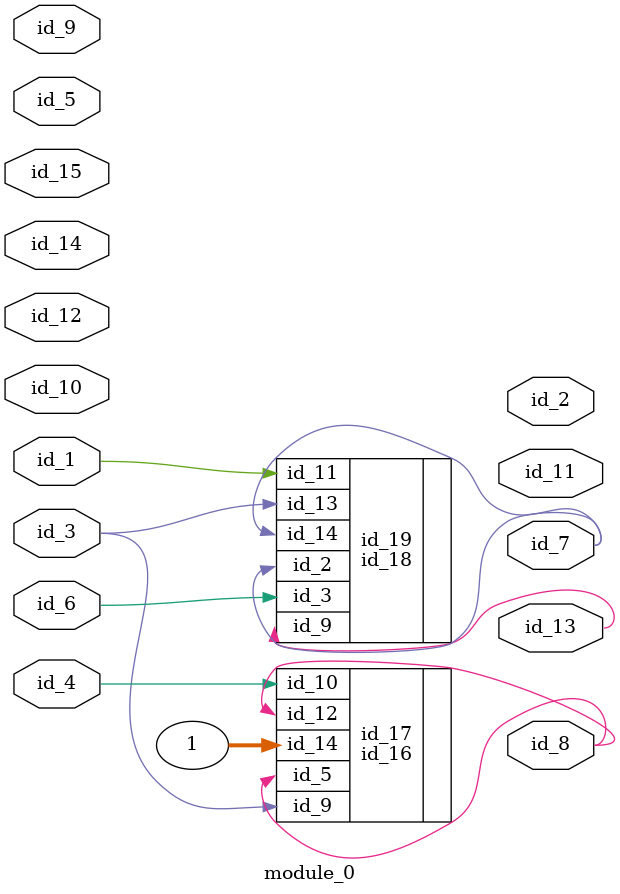
<source format=v>
module module_0 (
    id_1,
    id_2,
    id_3,
    id_4,
    id_5,
    id_6,
    id_7,
    id_8,
    id_9,
    id_10,
    id_11,
    id_12,
    id_13,
    id_14,
    id_15
);
  input id_15;
  input id_14;
  output id_13;
  input id_12;
  output id_11;
  input id_10;
  input id_9;
  output id_8;
  output id_7;
  input id_6;
  input id_5;
  input id_4;
  input id_3;
  output id_2;
  input id_1;
  id_16 id_17 (
      .id_10(id_4),
      .id_14(1),
      .id_12(id_8),
      .id_5 (id_8),
      .id_9 (id_3)
  );
  id_18 id_19 (
      .id_3 (id_12),
      .id_9 (id_13),
      .id_3 (id_6),
      .id_2 (id_7),
      .id_11(id_1),
      .id_14(id_7),
      .id_13(id_3)
  );
endmodule

</source>
